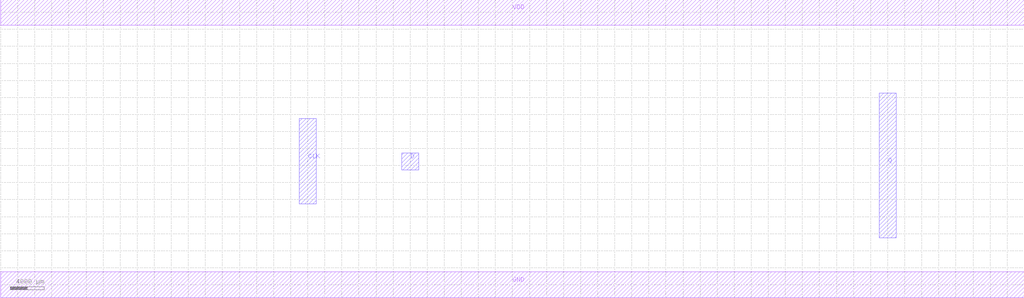
<source format=lef>
MACRO DFFNEGX1
 CLASS CORE ;
 ORIGIN 0 0 ;
 FOREIGN DFFNEGX1 0 0 ;
 SITE CORE ;
 SYMMETRY X Y R90 ;
  PIN VDD
   DIRECTION INOUT ;
   USE SIGNAL ;
   SHAPE ABUTMENT ;
    PORT
     CLASS CORE ;
       LAYER metal1 ;
        RECT 0.00000000 30500.00000000 120000.00000000 33500.00000000 ;
    END
  END VDD

  PIN GND
   DIRECTION INOUT ;
   USE SIGNAL ;
   SHAPE ABUTMENT ;
    PORT
     CLASS CORE ;
       LAYER metal1 ;
        RECT 0.00000000 -1500.00000000 120000.00000000 1500.00000000 ;
    END
  END GND

  PIN D
   DIRECTION INOUT ;
   USE SIGNAL ;
   SHAPE ABUTMENT ;
    PORT
     CLASS CORE ;
       LAYER metal2 ;
        RECT 47000.00000000 13500.00000000 49000.00000000 15500.00000000 ;
    END
  END D

  PIN CLK
   DIRECTION INOUT ;
   USE SIGNAL ;
   SHAPE ABUTMENT ;
    PORT
     CLASS CORE ;
       LAYER metal2 ;
        RECT 35000.00000000 9500.00000000 37000.00000000 19500.00000000 ;
    END
  END CLK

  PIN Q
   DIRECTION INOUT ;
   USE SIGNAL ;
   SHAPE ABUTMENT ;
    PORT
     CLASS CORE ;
       LAYER metal2 ;
        RECT 103000.00000000 5500.00000000 105000.00000000 22500.00000000 ;
    END
  END Q


END DFFNEGX1

</source>
